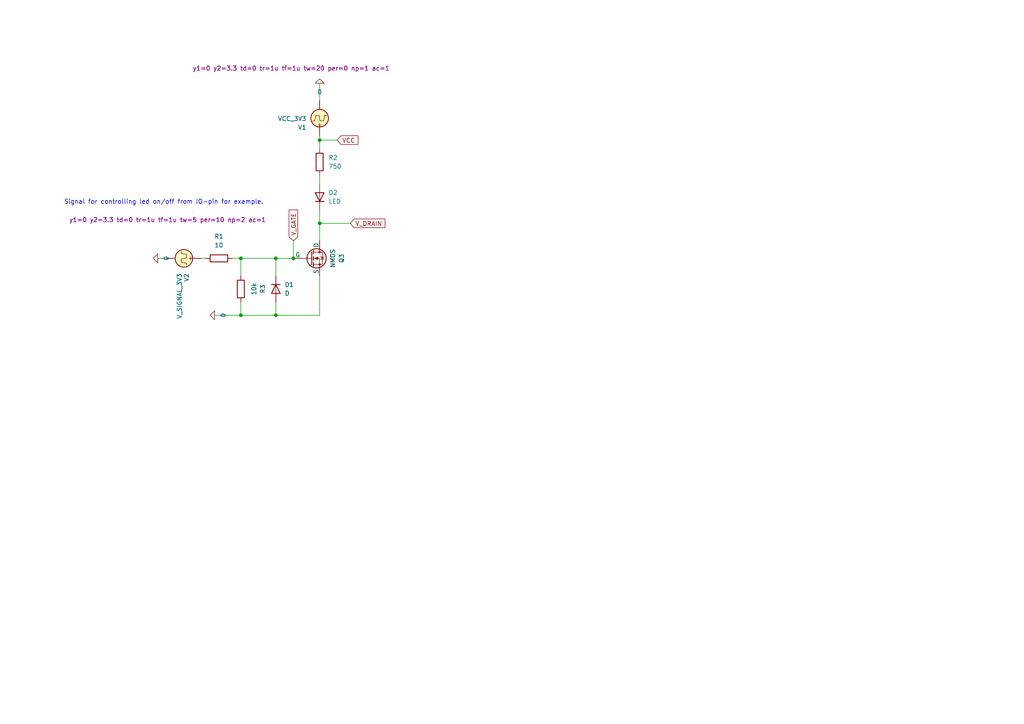
<source format=kicad_sch>
(kicad_sch (version 20231120) (generator "eeschema") (generator_version "8.0")
  (paper "A4")
  (lib_symbols
    (symbol "Device:D" (pin_numbers hide) (pin_names (offset 1.016) hide)
      (property "Reference" "D" (at 0 2.54 0))
      (property "Value" "D" (at 0 -2.54 0))
      (symbol "D_0_1"
        (polyline (pts (xy -1.27 1.27) (xy -1.27 -1.27)) (stroke (width 0.254)))
        (polyline (pts (xy 1.27 0) (xy -1.27 0)))
        (polyline (pts (xy 1.27 1.27) (xy 1.27 -1.27) (xy -1.27 0) (xy 1.27 1.27)) (stroke (width 0.254)))
      )
      (symbol "D_1_1"
        (pin passive line (at -3.81 0 0) (length 2.54) (name "K") (number "1"))
        (pin passive line (at 3.81 0 180) (length 2.54) (name "A") (number "2"))
      )
    )
    (symbol "Device:R" (pin_numbers hide) (pin_names (offset 0))
      (property "Reference" "R" (at 2.032 0 90))
      (property "Value" "R" (at 0 0 90))
      (symbol "R_0_1"
        (rectangle (start -1.016 -2.54) (end 1.016 2.54) (stroke (width 0.254)))
      )
      (symbol "R_1_1"
        (pin passive line (at 0 3.81 270) (length 1.27) (name "~") (number "1"))
        (pin passive line (at 0 -3.81 90) (length 1.27) (name "~") (number "2"))
      )
    )
    (symbol "Simulation_SPICE:0" (power) (pin_names (offset 0))
      (property "Value" "0" (at 0 -1.778 0))
      (symbol "0_0_1"
        (polyline (pts (xy -1.27 0) (xy 0 -1.27) (xy 1.27 0) (xy -1.27 0)))
      )
      (symbol "0_1_1"
        (pin power_in line (at 0 0 0) (length 0) hide (name "0") (number "1"))
      )
    )
    (symbol "Simulation_SPICE:NMOS" (pin_numbers hide) (pin_names (offset 0))
      (property "Reference" "Q" (at 5.08 1.27 0))
      (property "Value" "NMOS" (at 5.08 -1.27 0))
      (symbol "NMOS_0_1"
        (polyline (pts (xy 0.254 0) (xy -2.54 0)))
        (polyline (pts (xy 0.254 1.905) (xy 0.254 -1.905)) (stroke (width 0.254)))
        (polyline (pts (xy 0.762 -1.27) (xy 0.762 -2.286)) (stroke (width 0.254)))
        (polyline (pts (xy 0.762 0.508) (xy 0.762 -0.508)) (stroke (width 0.254)))
        (polyline (pts (xy 0.762 2.286) (xy 0.762 1.27)) (stroke (width 0.254)))
        (polyline (pts (xy 2.54 2.54) (xy 2.54 1.778)))
        (polyline (pts (xy 2.54 -2.54) (xy 2.54 0) (xy 0.762 0)))
        (polyline (pts (xy 0.762 -1.778) (xy 3.302 -1.778) (xy 3.302 1.778) (xy 0.762 1.778)))
        (polyline (pts (xy 1.016 0) (xy 2.032 0.381) (xy 2.032 -0.381) (xy 1.016 0)) (fill (type outline)))
        (polyline (pts (xy 2.794 0.508) (xy 2.921 0.381) (xy 3.683 0.381) (xy 3.81 0.254)))
        (polyline (pts (xy 3.302 0.381) (xy 2.921 -0.254) (xy 3.683 -0.254) (xy 3.302 0.381)))
        (circle (center 1.651 0) (radius 2.794) (stroke (width 0.254)))
        (circle (center 2.54 -1.778) (radius 0.254) (fill (type outline)))
        (circle (center 2.54 1.778) (radius 0.254) (fill (type outline)))
      )
      (symbol "NMOS_1_1"
        (pin passive line (at 2.54 5.08 270) (length 2.54) (name "D") (number "1"))
        (pin input line (at -5.08 0 0) (length 2.54) (name "G") (number "2"))
        (pin passive line (at 2.54 -5.08 90) (length 2.54) (name "S") (number "3"))
      )
    )
    (symbol "Simulation_SPICE:VPULSE" (pin_numbers hide) (pin_names (offset 0.0254))
      (property "Reference" "V" (at 2.54 2.54 0))
      (property "Value" "VPULSE" (at 2.54 0 0))
      (property "Sim.Params" "y1=0 y2=1 td=2n tr=2n tf=2n tw=50n per=100n" (at 2.54 -2.54 0))
      (symbol "VPULSE_0_0"
        (polyline (pts (xy -2.032 -0.762) (xy -1.397 -0.762) (xy -1.143 0.762) (xy -0.127 0.762) (xy 0.127 -0.762) (xy 1.143 -0.762) (xy 1.397 0.762) (xy 2.032 0.762)))
        (text "+" (at 0 1.905 0) (effects (font (size 1.27 1.27))))
      )
      (symbol "VPULSE_0_1"
        (circle (center 0 0) (radius 2.54) (stroke (width 0.254)) (fill (type background)))
      )
      (symbol "VPULSE_1_1"
        (pin passive line (at 0 5.08 270) (length 2.54) (name "~") (number "1"))
        (pin passive line (at 0 -5.08 90) (length 2.54) (name "~") (number "2"))
      )
    )
  )
  (junction (at 80.01 74.93))
  (junction (at 69.85 74.93))
  (junction (at 69.85 91.44))
  (junction (at 92.71 40.64))
  (junction (at 92.71 64.77))
  (junction (at 80.01 91.44))
  (junction (at 85.09 74.93))
  (wire (pts (xy 92.71 24.13) (xy 92.71 29.21)))
  (wire (pts (xy 92.71 39.37) (xy 92.71 40.64)))
  (wire (pts (xy 69.85 87.63) (xy 69.85 91.44)))
  (wire (pts (xy 80.01 74.93) (xy 85.09 74.93)))
  (wire (pts (xy 92.71 64.77) (xy 92.71 69.85)))
  (wire (pts (xy 80.01 87.63) (xy 80.01 91.44)))
  (wire (pts (xy 59.69 74.93) (xy 58.42 74.93)))
  (wire (pts (xy 69.85 74.93) (xy 80.01 74.93)))
  (wire (pts (xy 85.09 69.85) (xy 85.09 74.93)))
  (wire (pts (xy 92.71 50.8) (xy 92.71 53.34)))
  (wire (pts (xy 92.71 40.64) (xy 92.71 43.18)))
  (wire (pts (xy 92.71 60.96) (xy 92.71 64.77)))
  (wire (pts (xy 48.26 74.93) (xy 45.72 74.93)))
  (wire (pts (xy 67.31 74.93) (xy 69.85 74.93)))
  (wire (pts (xy 101.6 64.77) (xy 92.71 64.77)))
  (wire (pts (xy 97.79 40.64) (xy 92.71 40.64)))
  (wire (pts (xy 69.85 91.44) (xy 62.23 91.44)))
  (wire (pts (xy 80.01 74.93) (xy 80.01 80.01)))
  (wire (pts (xy 92.71 80.01) (xy 92.71 91.44)))
  (wire (pts (xy 69.85 91.44) (xy 80.01 91.44)))
  (wire (pts (xy 80.01 91.44) (xy 92.71 91.44)))
  (wire (pts (xy 69.85 74.93) (xy 69.85 80.01)))
  (text "Signal for controlling led on/off from IO-pin for example." (at 47.498 58.674 0) (effects (font (size 1.27 1.27))))
  (global_label "VCC" (shape input) (at 97.79 40.64 0) (property "Intersheetrefs" "${INTERSHEET_REFS}" (effects (hide yes))))
  (global_label "V_GATE" (shape input) (at 85.09 69.85 90) (property "Intersheetrefs" "${INTERSHEET_REFS}" (effects (hide yes))))
  (global_label "V_DRAIN" (shape input) (at 101.6 64.77 0) (property "Intersheetrefs" "${INTERSHEET_REFS}" (effects (hide yes))))
  (symbol (lib_id "Simulation_SPICE:0") (at 45.72 74.93 270) (unit 1)
    (property "Reference" "#GND03" (effects (hide yes)))
    (property "Value" "0" (at 48.26 74.93 0))
    (property "Datasheet" "https://ngspice.sourceforge.io/docs/ngspice-html-manual/manual.xhtml#subsec_Circuit_elements__device" (effects (hide yes)))
    (property "Description" "0V reference potential for simulation" (effects (hide yes)))
  )
  (symbol (lib_id "Simulation_SPICE:0") (at 92.71 24.13 180) (unit 1)
    (property "Reference" "#GND04" (effects (hide yes)))
    (property "Value" "0" (at 92.71 26.67 0))
    (property "Datasheet" "https://ngspice.sourceforge.io/docs/ngspice-html-manual/manual.xhtml#subsec_Circuit_elements__device" (effects (hide yes)))
    (property "Description" "0V reference potential for simulation" (effects (hide yes)))
  )
  (symbol (lib_id "Simulation_SPICE:VPULSE") (at 53.34 74.93 270) (unit 1)
    (property "Reference" "V2" (at 54.102 79.248 0) (effects (justify left)))
    (property "Value" "V_SIGNAL_3V3" (at 52.07 79.248 0) (effects (justify left)))
    (property "Datasheet" "https://ngspice.sourceforge.io/docs/ngspice-html-manual/manual.xhtml#sec_Independent_Sources_for" (effects (hide yes)))
    (property "Description" "Voltage source, pulse" (effects (hide yes)))
    (property "Sim.Pins" "1=+ 2=-" (effects (hide yes)))
    (property "Sim.Type" "PULSE" (effects (hide yes)))
    (property "Sim.Device" "V" (effects (hide yes)))
    (property "Sim.Params" "y1=0 y2=3.3 td=0 tr=1u tf=1u tw=5 per=10 np=2 ac=1" (at 20.066 63.754 90) (effects (justify left)))
  )
  (symbol (lib_id "Device:R") (at 92.71 46.99 0) (unit 1)
    (property "Reference" "R2" (at 95.25 45.7199 0) (effects (justify left)))
    (property "Value" "750" (at 95.25 48.2599 0) (effects (justify left)))
    (property "Description" "Resistor" (effects (hide yes)))
  )
  (symbol (lib_id "Device:R") (at 69.85 83.82 0) (unit 1)
    (property "Reference" "R3" (at 76.2 83.82 90))
    (property "Value" "10k" (at 73.66 83.82 90))
    (property "Description" "Resistor" (effects (hide yes)))
  )
  (symbol (lib_id "Simulation_SPICE:VPULSE") (at 92.71 34.29 180) (unit 1)
    (property "Reference" "V1" (at 88.9 36.9599 0) (effects (justify left)))
    (property "Value" "VCC_3V3" (at 88.9 34.4199 0) (effects (justify left)))
    (property "Datasheet" "https://ngspice.sourceforge.io/docs/ngspice-html-manual/manual.xhtml#sec_Independent_Sources_for" (effects (hide yes)))
    (property "Description" "Voltage source, pulse" (effects (hide yes)))
    (property "Sim.Pins" "1=+ 2=-" (effects (hide yes)))
    (property "Sim.Type" "PULSE" (effects (hide yes)))
    (property "Sim.Device" "V" (effects (hide yes)))
    (property "Sim.Params" "y1=0 y2=3.3 td=0 tr=1u tf=1u tw=20 per=0 np=1 ac=1" (at 113.03 19.812 0) (effects (justify left)))
  )
  (symbol (lib_id "Device:R") (at 63.5 74.93 270) (unit 1)
    (property "Reference" "R1" (at 63.5 68.58 90))
    (property "Value" "10" (at 63.5 71.12 90))
    (property "Description" "Resistor" (effects (hide yes)))
  )
  (symbol (lib_id "Device:D") (at 80.01 83.82 270) (unit 1)
    (property "Reference" "D1" (at 82.55 82.5499 90) (effects (justify left)))
    (property "Value" "D" (at 82.55 85.0899 90) (effects (justify left)))
    (property "Description" "Diode" (effects (hide yes)))
    (property "Sim.Device" "D" (effects (hide yes)))
    (property "Sim.Pins" "1=K 2=A" (effects (hide yes)))
  )
  (symbol (lib_id "Simulation_SPICE:0") (at 62.23 91.44 270) (unit 1)
    (property "Reference" "#GND01" (effects (hide yes)))
    (property "Value" "0" (at 64.77 91.44 0))
    (property "Datasheet" "https://ngspice.sourceforge.io/docs/ngspice-html-manual/manual.xhtml#subsec_Circuit_elements__device" (effects (hide yes)))
    (property "Description" "0V reference potential for simulation" (effects (hide yes)))
  )
  (symbol (lib_id "Device:D") (at 92.71 57.15 90) (unit 1)
    (property "Reference" "D2" (at 95.25 55.8799 90) (effects (justify right)))
    (property "Value" "LED" (at 95.25 58.4199 90) (effects (justify right)))
    (property "Description" "Diode" (effects (hide yes)))
    (property "Sim.Device" "D" (effects (hide yes)))
    (property "Sim.Pins" "1=K 2=A" (effects (hide yes)))
  )
  (symbol (lib_id "Simulation_SPICE:NMOS") (at 90.17 74.93 0) (unit 1)
    (property "Reference" "Q3" (at 99.06 74.93 90))
    (property "Value" "NMOS" (at 96.52 74.93 90))
    (property "Datasheet" "https://ngspice.sourceforge.io/docs/ngspice-html-manual/manual.xhtml#cha_MOSFETs" (effects (hide yes)))
    (property "Description" "N-MOSFET transistor, drain/source/gate" (effects (hide yes)))
    (property "Sim.Device" "NMOS" (effects (hide yes)))
    (property "Sim.Type" "VDMOS" (effects (hide yes)))
    (property "Sim.Pins" "1=D 2=G 3=S" (effects (hide yes)))
  )
)
</source>
